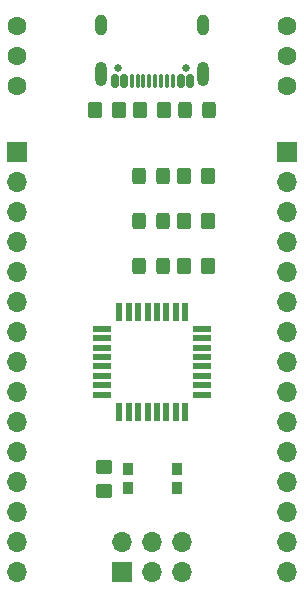
<source format=gbr>
%TF.GenerationSoftware,KiCad,Pcbnew,7.0.10*%
%TF.CreationDate,2024-02-12T16:57:49+10:00*%
%TF.ProjectId,devboard,64657662-6f61-4726-942e-6b696361645f,rev?*%
%TF.SameCoordinates,Original*%
%TF.FileFunction,Soldermask,Top*%
%TF.FilePolarity,Negative*%
%FSLAX46Y46*%
G04 Gerber Fmt 4.6, Leading zero omitted, Abs format (unit mm)*
G04 Created by KiCad (PCBNEW 7.0.10) date 2024-02-12 16:57:49*
%MOMM*%
%LPD*%
G01*
G04 APERTURE LIST*
G04 Aperture macros list*
%AMRoundRect*
0 Rectangle with rounded corners*
0 $1 Rounding radius*
0 $2 $3 $4 $5 $6 $7 $8 $9 X,Y pos of 4 corners*
0 Add a 4 corners polygon primitive as box body*
4,1,4,$2,$3,$4,$5,$6,$7,$8,$9,$2,$3,0*
0 Add four circle primitives for the rounded corners*
1,1,$1+$1,$2,$3*
1,1,$1+$1,$4,$5*
1,1,$1+$1,$6,$7*
1,1,$1+$1,$8,$9*
0 Add four rect primitives between the rounded corners*
20,1,$1+$1,$2,$3,$4,$5,0*
20,1,$1+$1,$4,$5,$6,$7,0*
20,1,$1+$1,$6,$7,$8,$9,0*
20,1,$1+$1,$8,$9,$2,$3,0*%
G04 Aperture macros list end*
%ADD10RoundRect,0.250000X0.350000X0.450000X-0.350000X0.450000X-0.350000X-0.450000X0.350000X-0.450000X0*%
%ADD11RoundRect,0.250000X-0.350000X-0.450000X0.350000X-0.450000X0.350000X0.450000X-0.350000X0.450000X0*%
%ADD12RoundRect,0.250000X0.325000X0.450000X-0.325000X0.450000X-0.325000X-0.450000X0.325000X-0.450000X0*%
%ADD13R,1.700000X1.700000*%
%ADD14O,1.700000X1.700000*%
%ADD15RoundRect,0.250000X-0.325000X-0.450000X0.325000X-0.450000X0.325000X0.450000X-0.325000X0.450000X0*%
%ADD16RoundRect,0.250000X0.450000X-0.350000X0.450000X0.350000X-0.450000X0.350000X-0.450000X-0.350000X0*%
%ADD17R,0.900000X1.000000*%
%ADD18C,1.600000*%
%ADD19R,0.550000X1.600000*%
%ADD20R,1.600000X0.550000*%
%ADD21C,0.650000*%
%ADD22RoundRect,0.150000X0.150000X0.425000X-0.150000X0.425000X-0.150000X-0.425000X0.150000X-0.425000X0*%
%ADD23RoundRect,0.075000X0.075000X0.500000X-0.075000X0.500000X-0.075000X-0.500000X0.075000X-0.500000X0*%
%ADD24O,1.000000X2.100000*%
%ADD25O,1.000000X1.800000*%
G04 APERTURE END LIST*
D10*
%TO.C,R6*%
X164830000Y-87884000D03*
X162830000Y-87884000D03*
%TD*%
D11*
%TO.C,R3*%
X166513000Y-101092000D03*
X168513000Y-101092000D03*
%TD*%
D12*
%TO.C,D4*%
X164728000Y-93472000D03*
X162678000Y-93472000D03*
%TD*%
D10*
%TO.C,R5*%
X161020000Y-87884000D03*
X159020000Y-87884000D03*
%TD*%
D13*
%TO.C,J4*%
X175260000Y-91445000D03*
D14*
X175260000Y-93985000D03*
X175260000Y-96525000D03*
X175260000Y-99065000D03*
X175260000Y-101605000D03*
X175260000Y-104145000D03*
X175260000Y-106685000D03*
X175260000Y-109225000D03*
X175260000Y-111765000D03*
X175260000Y-114305000D03*
X175260000Y-116845000D03*
X175260000Y-119385000D03*
X175260000Y-121925000D03*
X175260000Y-124465000D03*
X175260000Y-127005000D03*
%TD*%
D13*
%TO.C,J2*%
X161305000Y-127005000D03*
D14*
X161305000Y-124465000D03*
X163845000Y-127005000D03*
X163845000Y-124465000D03*
X166385000Y-127005000D03*
X166385000Y-124465000D03*
%TD*%
D15*
%TO.C,D2*%
X162678000Y-97282000D03*
X164728000Y-97282000D03*
%TD*%
D16*
%TO.C,R1*%
X159766000Y-120126000D03*
X159766000Y-118126000D03*
%TD*%
D11*
%TO.C,R4*%
X166513000Y-93472000D03*
X168513000Y-93472000D03*
%TD*%
D15*
%TO.C,D3*%
X162678000Y-101092000D03*
X164728000Y-101092000D03*
%TD*%
D17*
%TO.C,SW1*%
X161780000Y-118326000D03*
X165880000Y-118326000D03*
X161780000Y-119926000D03*
X165880000Y-119926000D03*
%TD*%
D18*
%TO.C,SW3*%
X152400000Y-85852000D03*
X152400000Y-83312000D03*
X152400000Y-80772000D03*
%TD*%
%TO.C,SW2*%
X175260000Y-85852000D03*
X175260000Y-83312000D03*
X175260000Y-80772000D03*
%TD*%
D13*
%TO.C,J3*%
X152400000Y-91445000D03*
D14*
X152400000Y-93985000D03*
X152400000Y-96525000D03*
X152400000Y-99065000D03*
X152400000Y-101605000D03*
X152400000Y-104145000D03*
X152400000Y-106685000D03*
X152400000Y-109225000D03*
X152400000Y-111765000D03*
X152400000Y-114305000D03*
X152400000Y-116845000D03*
X152400000Y-119385000D03*
X152400000Y-121925000D03*
X152400000Y-124465000D03*
X152400000Y-127005000D03*
%TD*%
D11*
%TO.C,R2*%
X166513000Y-97282000D03*
X168513000Y-97282000D03*
%TD*%
D19*
%TO.C,U1*%
X161030000Y-113470000D03*
X161830000Y-113470000D03*
X162630000Y-113470000D03*
X163430000Y-113470000D03*
X164230000Y-113470000D03*
X165030000Y-113470000D03*
X165830000Y-113470000D03*
X166630000Y-113470000D03*
D20*
X168080000Y-112020000D03*
X168080000Y-111220000D03*
X168080000Y-110420000D03*
X168080000Y-109620000D03*
X168080000Y-108820000D03*
X168080000Y-108020000D03*
X168080000Y-107220000D03*
X168080000Y-106420000D03*
D19*
X166630000Y-104970000D03*
X165830000Y-104970000D03*
X165030000Y-104970000D03*
X164230000Y-104970000D03*
X163430000Y-104970000D03*
X162630000Y-104970000D03*
X161830000Y-104970000D03*
X161030000Y-104970000D03*
D20*
X159580000Y-106420000D03*
X159580000Y-107220000D03*
X159580000Y-108020000D03*
X159580000Y-108820000D03*
X159580000Y-109620000D03*
X159580000Y-110420000D03*
X159580000Y-111220000D03*
X159580000Y-112020000D03*
%TD*%
D12*
%TO.C,D1*%
X168665000Y-87884000D03*
X166615000Y-87884000D03*
%TD*%
D21*
%TO.C,J1*%
X166720000Y-84393000D03*
X160940000Y-84393000D03*
D22*
X167030000Y-85468000D03*
X166230000Y-85468000D03*
D23*
X165080000Y-85468000D03*
X164080000Y-85468000D03*
X163580000Y-85468000D03*
X162580000Y-85468000D03*
D22*
X161430000Y-85468000D03*
X160630000Y-85468000D03*
X160630000Y-85468000D03*
X161430000Y-85468000D03*
D23*
X162080000Y-85468000D03*
X163080000Y-85468000D03*
X164580000Y-85468000D03*
X165580000Y-85468000D03*
D22*
X166230000Y-85468000D03*
X167030000Y-85468000D03*
D24*
X168150000Y-84893000D03*
D25*
X168150000Y-80713000D03*
D24*
X159510000Y-84893000D03*
D25*
X159510000Y-80713000D03*
%TD*%
M02*

</source>
